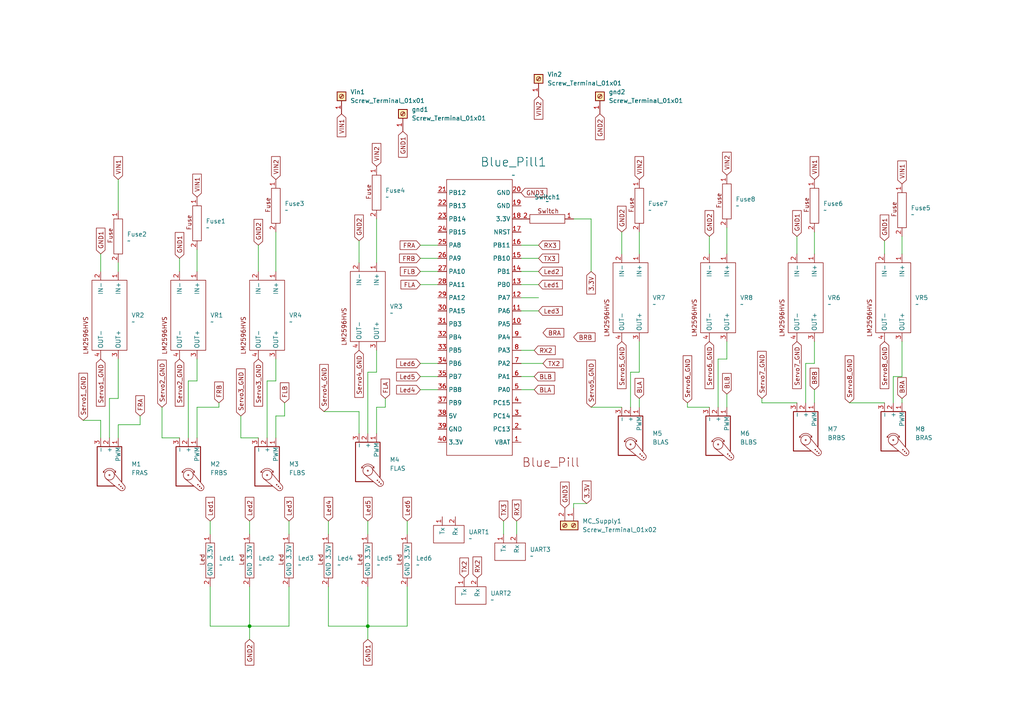
<source format=kicad_sch>
(kicad_sch (version 20231120) (generator "eeschema") (generator_version "8.0")
  (paper "A4")
  (lib_symbols
    (symbol "Connector:Screw_Terminal_01x01" (pin_names (offset 1.016) hide)
      (property "Reference" "J" (at 0 2.54 0))
      (property "Value" "Screw_Terminal_01x01" (at 0 -2.54 0))
      (symbol "Screw_Terminal_01x01_1_1"
        (rectangle (start -1.27 1.27) (end 1.27 -1.27) (stroke (width 0.254)) (fill (type background)))
        (polyline (pts (xy -0.5334 0.3302) (xy 0.3302 -0.508)) (stroke (width 0.1524)))
        (polyline (pts (xy -0.3556 0.508) (xy 0.508 -0.3302)) (stroke (width 0.1524)))
        (circle (center 0 0) (radius 0.635) (stroke (width 0.1524)))
        (pin passive line (at -5.08 0 0) (length 3.81) (name "Pin_1") (number "1"))
      )
    )
    (symbol "Connector:Screw_Terminal_01x02" (pin_names (offset 1.016) hide)
      (property "Reference" "J" (at 0 2.54 0))
      (property "Value" "Screw_Terminal_01x02" (at 0 -5.08 0))
      (symbol "Screw_Terminal_01x02_1_1"
        (rectangle (start -1.27 1.27) (end 1.27 -3.81) (stroke (width 0.254)) (fill (type background)))
        (circle (center 0 -2.54) (radius 0.635) (stroke (width 0.1524)))
        (polyline (pts (xy -0.5334 -2.2098) (xy 0.3302 -3.048)) (stroke (width 0.1524)))
        (polyline (pts (xy -0.5334 0.3302) (xy 0.3302 -0.508)) (stroke (width 0.1524)))
        (polyline (pts (xy -0.3556 -2.032) (xy 0.508 -2.8702)) (stroke (width 0.1524)))
        (polyline (pts (xy -0.3556 0.508) (xy 0.508 -0.3302)) (stroke (width 0.1524)))
        (circle (center 0 0) (radius 0.635) (stroke (width 0.1524)))
        (pin passive line (at -5.08 0 0) (length 3.81) (name "Pin_1") (number "1"))
        (pin passive line (at -5.08 -2.54 0) (length 3.81) (name "Pin_2") (number "2"))
      )
    )
    (symbol "LM2596HVS_1"
      (property "Reference" "VR1" (at -0.002 6.35 90))
      (property "Value" "~" (at 1.9031 6.35 90))
      (symbol "LM2596HVS_1_0_1"
        (rectangle (start -10.16 5.08) (end 10.16 -5.08))
      )
      (symbol "LM2596HVS_1_1_1"
        (text "LM2596HVS\n" (at 5.842 -6.858 0) (effects (font (size 1.27 1.27))))
        (pin input line (at -12.7 2.54 0) (length 2.54) (name "IN+") (number "1"))
        (pin input line (at -12.7 -2.54 0) (length 2.54) (name "IN-") (number "2"))
        (pin output line (at 12.7 2.54 180) (length 2.54) (name "OUT+") (number "3"))
        (pin output line (at 12.7 -2.54 180) (length 2.54) (name "OUT-") (number "4"))
      )
    )
    (symbol "M4_library:Blue_Pill"
      (property "Reference" "IC" (at -32.258 61.976 0))
      (symbol "Blue_Pill_0_1"
        (rectangle (start -6.35 53.34) (end 12.7 -26.67))
      )
      (symbol "Blue_Pill_1_1"
        (text "Blue_Pill\n" (at 23.876 -28.702 0) (effects (font (size 2.54 2.54))))
        (pin output line (at 15.24 -22.86 180) (length 2.54) (name "VBAT") (number "1"))
        (pin output line (at 15.24 11.43 180) (length 2.54) (name "PA5") (number "10"))
        (pin output line (at 15.24 15.24 180) (length 2.54) (name "PA6") (number "11"))
        (pin output line (at 15.24 19.05 180) (length 2.54) (name "PA7") (number "12"))
        (pin output line (at 15.24 22.86 180) (length 2.54) (name "PB0") (number "13"))
        (pin output line (at 15.24 26.67 180) (length 2.54) (name "PB1") (number "14"))
        (pin output line (at 15.24 30.48 180) (length 2.54) (name "PB10") (number "15"))
        (pin output line (at 15.24 34.29 180) (length 2.54) (name "PB11") (number "16"))
        (pin output line (at 15.24 38.1 180) (length 2.54) (name "NRST") (number "17"))
        (pin input line (at 15.24 41.91 180) (length 2.54) (name "3.3V") (number "18"))
        (pin input line (at 15.24 45.72 180) (length 2.54) (name "GND") (number "19"))
        (pin output line (at 15.24 -19.05 180) (length 2.54) (name "PC13") (number "2"))
        (pin input line (at 15.24 49.53 180) (length 2.54) (name "GND") (number "20"))
        (pin output line (at -8.89 49.53 0) (length 2.54) (name "PB12") (number "21"))
        (pin output line (at -8.89 45.72 0) (length 2.54) (name "PB13") (number "22"))
        (pin output line (at -8.89 41.91 0) (length 2.54) (name "PB14") (number "23"))
        (pin output line (at -8.89 38.1 0) (length 2.54) (name "PB15") (number "24"))
        (pin output line (at -8.89 34.29 0) (length 2.54) (name "PA8") (number "25"))
        (pin output line (at -8.89 30.48 0) (length 2.54) (name "PA9") (number "26"))
        (pin output line (at -8.89 26.67 0) (length 2.54) (name "PA10") (number "27"))
        (pin output line (at -8.89 22.86 0) (length 2.54) (name "PA11") (number "28"))
        (pin output line (at -8.89 19.05 0) (length 2.54) (name "PA12") (number "29"))
        (pin output line (at 15.24 -15.24 180) (length 2.54) (name "PC14") (number "3"))
        (pin output line (at -8.89 15.24 0) (length 2.54) (name "PA15") (number "30"))
        (pin output line (at -8.89 11.43 0) (length 2.54) (name "PB3") (number "31"))
        (pin output line (at -8.89 7.62 0) (length 2.54) (name "PB4") (number "32"))
        (pin output line (at -8.89 3.81 0) (length 2.54) (name "PB5") (number "33"))
        (pin output line (at -8.89 0 0) (length 2.54) (name "PB6") (number "34"))
        (pin output line (at -8.89 -3.81 0) (length 2.54) (name "PB7") (number "35"))
        (pin output line (at -8.89 -7.62 0) (length 2.54) (name "PB8") (number "36"))
        (pin output line (at -8.89 -11.43 0) (length 2.54) (name "PB9") (number "37"))
        (pin input line (at -8.89 -15.24 0) (length 2.54) (name "5V") (number "38"))
        (pin input line (at -8.89 -19.05 0) (length 2.54) (name "GND") (number "39"))
        (pin output line (at 15.24 -11.43 180) (length 2.54) (name "PC15") (number "4"))
        (pin input line (at -8.89 -22.86 0) (length 2.54) (name "3.3V") (number "40"))
        (pin output line (at 15.24 -7.62 180) (length 2.54) (name "PA0") (number "5"))
        (pin output line (at 15.24 -3.81 180) (length 2.54) (name "PA1") (number "6"))
        (pin output line (at 15.24 0 180) (length 2.54) (name "PA2") (number "7"))
        (pin output line (at 15.24 3.81 180) (length 2.54) (name "PA3") (number "8"))
        (pin output line (at 15.24 7.62 180) (length 2.54) (name "PA4") (number "9"))
      )
    )
    (symbol "M4_library:Led"
      (property "Reference" "U" (at -4.572 -2.794 0))
      (symbol "Led_0_1"
        (rectangle (start -5.08 1.27) (end 5.08 -1.27))
      )
      (symbol "Led_1_1"
        (text "Led\n" (at 0.254 2.286 0) (effects (font (size 1.27 1.27))))
        (pin input line (at 7.62 0 180) (length 2.54) (name "3.3V") (number "1"))
        (pin output line (at -7.62 0 0) (length 2.54) (name "GND") (number "2"))
      )
    )
    (symbol "M4_library:Rx_Tx_connector"
      (property "Reference" "U" (at -4.318 6.858 0))
      (symbol "Rx_Tx_connector_0_1"
        (rectangle (start 5.08 0) (end -3.81 -5.08))
      )
      (symbol "Rx_Tx_connector_1_1"
        (pin input line (at -1.27 2.54 270) (length 2.54) (name "Tx") (number "1"))
        (pin input line (at 2.54 2.54 270) (length 2.54) (name "Rx") (number "2"))
      )
    )
    (symbol "M4_library:fuse_holder"
      (property "Reference" "U" (at -4.572 2.032 0))
      (symbol "fuse_holder_0_1"
        (rectangle (start -5.08 1.27) (end 5.08 -1.27))
      )
      (symbol "fuse_holder_1_1"
        (text "Fuse" (at 0.254 2.286 0) (effects (font (size 1.27 1.27))))
        (pin input line (at 7.62 0 180) (length 2.54) (name "") (number "1"))
        (pin output line (at -7.62 0 0) (length 2.54) (name "") (number "2"))
      )
    )
    (symbol "M4_library:switch"
      (property "Reference" "U" (at -4.318 2.032 0))
      (symbol "switch_0_1"
        (rectangle (start -5.08 1.27) (end 5.08 -1.27))
      )
      (symbol "switch_1_1"
        (text "Switch" (at 0.254 2.286 0) (effects (font (size 1.27 1.27))))
        (pin input line (at 7.62 0 180) (length 2.54) (name "") (number "1"))
        (pin output line (at -7.62 0 0) (length 2.54) (name "") (number "2"))
      )
    )
    (symbol "Motor:Motor_Servo" (pin_names (offset 0.0254))
      (property "Reference" "M" (at -5.08 4.445 0))
      (property "Value" "Motor_Servo" (at -5.08 -4.064 0))
      (symbol "Motor_Servo_0_1"
        (polyline (pts (xy 2.413 -1.778) (xy 2.032 -1.778)))
        (polyline (pts (xy 2.413 -1.778) (xy 2.286 -1.397)))
        (polyline (pts (xy 2.413 1.778) (xy 1.905 1.778)))
        (polyline (pts (xy 2.413 1.778) (xy 2.286 1.397)))
        (polyline (pts (xy 6.35 4.445) (xy 2.54 1.27)))
        (polyline (pts (xy 7.62 3.175) (xy 4.191 -1.016)))
        (polyline (pts (xy 5.08 3.556) (xy -5.08 3.556) (xy -5.08 -3.556) (xy 6.35 -3.556) (xy 6.35 1.524)) (stroke (width 0.254)))
        (arc (start 2.413 1.778) (mid 1.2406 0) (end 2.413 -1.778))
        (circle (center 3.175 0) (radius 0.1778))
        (circle (center 3.175 0) (radius 1.4224))
        (circle (center 5.969 2.794) (radius 0.127))
        (circle (center 6.477 3.302) (radius 0.127))
        (circle (center 6.985 3.81) (radius 0.127))
        (arc (start 7.62 3.175) (mid 7.4485 4.2735) (end 6.35 4.445))
      )
      (symbol "Motor_Servo_1_1"
        (pin passive line (at -7.62 2.54 0) (length 2.54) (name "PWM") (number "1"))
        (pin passive line (at -7.62 0 0) (length 2.54) (name "+") (number "2"))
        (pin passive line (at -7.62 -2.54 0) (length 2.54) (name "-") (number "3"))
      )
    )
    (symbol "Motor_Servo_1" (pin_names (offset 0.0254))
      (property "Reference" "M1" (at -0.0112 6.35 90))
      (property "Value" "FRAS" (at 2.5288 6.35 90))
      (symbol "Motor_Servo_1_0_1"
        (polyline (pts (xy 2.413 -1.778) (xy 2.032 -1.778)))
        (polyline (pts (xy 2.413 -1.778) (xy 2.286 -1.397)))
        (polyline (pts (xy 2.413 1.778) (xy 1.905 1.778)))
        (polyline (pts (xy 2.413 1.778) (xy 2.286 1.397)))
        (polyline (pts (xy 6.35 4.445) (xy 2.54 1.27)))
        (polyline (pts (xy 7.62 3.175) (xy 4.191 -1.016)))
        (polyline (pts (xy 5.08 3.556) (xy -5.08 3.556) (xy -5.08 -3.556) (xy 6.35 -3.556) (xy 6.35 1.524)) (stroke (width 0.254)))
        (arc (start 2.413 1.778) (mid 1.2406 0) (end 2.413 -1.778))
        (circle (center 3.175 0) (radius 0.1778))
        (circle (center 3.175 0) (radius 1.4224))
        (circle (center 5.969 2.794) (radius 0.127))
        (circle (center 6.477 3.302) (radius 0.127))
        (circle (center 6.985 3.81) (radius 0.127))
        (arc (start 7.62 3.175) (mid 7.4485 4.2735) (end 6.35 4.445))
      )
      (symbol "Motor_Servo_1_1_1"
        (pin passive line (at -7.62 2.54 0) (length 2.54) (name "PWM") (number "1"))
        (pin passive line (at -7.62 0 0) (length 2.54) (name "+") (number "2"))
        (pin passive line (at -7.62 -2.54 0) (length 2.54) (name "-") (number "3"))
      )
    )
  )
  (junction (at 72.39 181.61))
  (junction (at 106.68 181.61))
  (wire (pts (xy 121.92 82.55) (xy 127 82.55)))
  (wire (pts (xy 63.5 118.11) (xy 57.15 118.11)))
  (wire (pts (xy 34.29 123.19) (xy 34.29 127)))
  (wire (pts (xy 261.62 109.22) (xy 261.62 99.06)))
  (wire (pts (xy 151.13 109.22) (xy 154.94 109.22)))
  (wire (pts (xy 77.47 110.49) (xy 77.47 127)))
  (wire (pts (xy 208.28 104.14) (xy 210.82 104.14)))
  (wire (pts (xy 80.01 120.65) (xy 80.01 127)))
  (wire (pts (xy 151.13 90.17) (xy 156.21 90.17)))
  (wire (pts (xy 72.39 151.13) (xy 72.39 154.94)))
  (wire (pts (xy 185.42 115.57) (xy 185.42 118.11)))
  (wire (pts (xy 236.22 67.31) (xy 236.22 73.66)))
  (wire (pts (xy 121.92 113.03) (xy 127 113.03)))
  (wire (pts (xy 40.64 120.65) (xy 40.64 123.19)))
  (wire (pts (xy 111.76 118.11) (xy 109.22 118.11)))
  (wire (pts (xy 106.68 181.61) (xy 118.11 181.61)))
  (wire (pts (xy 40.64 123.19) (xy 34.29 123.19)))
  (wire (pts (xy 83.82 151.13) (xy 83.82 154.94)))
  (wire (pts (xy 208.28 118.11) (xy 208.28 104.14)))
  (wire (pts (xy 111.76 115.57) (xy 111.76 118.11)))
  (wire (pts (xy 220.98 115.57) (xy 220.98 116.84)))
  (wire (pts (xy 149.86 151.13) (xy 149.86 154.94)))
  (wire (pts (xy 54.61 110.49) (xy 54.61 127)))
  (wire (pts (xy 106.68 181.61) (xy 106.68 185.42)))
  (wire (pts (xy 246.38 116.84) (xy 256.54 116.84)))
  (wire (pts (xy 57.15 104.14) (xy 57.15 110.49)))
  (wire (pts (xy 82.55 120.65) (xy 80.01 120.65)))
  (wire (pts (xy 121.92 71.12) (xy 127 71.12)))
  (wire (pts (xy 259.08 116.84) (xy 259.08 109.22)))
  (wire (pts (xy 151.13 86.36) (xy 156.21 86.36)))
  (wire (pts (xy 106.68 170.18) (xy 106.68 181.61)))
  (wire (pts (xy 46.99 118.11) (xy 46.99 127)))
  (wire (pts (xy 72.39 181.61) (xy 72.39 185.42)))
  (wire (pts (xy 170.18 146.05) (xy 166.37 146.05)))
  (wire (pts (xy 180.34 67.31) (xy 180.34 73.66)))
  (wire (pts (xy 210.82 114.3) (xy 210.82 118.11)))
  (wire (pts (xy 95.25 170.18) (xy 95.25 181.61)))
  (wire (pts (xy 199.39 118.11) (xy 205.74 118.11)))
  (wire (pts (xy 74.93 71.12) (xy 74.93 78.74)))
  (wire (pts (xy 93.98 119.38) (xy 104.14 119.38)))
  (wire (pts (xy 166.37 63.5) (xy 171.45 63.5)))
  (wire (pts (xy 104.14 119.38) (xy 104.14 125.73)))
  (wire (pts (xy 109.22 107.95) (xy 106.68 107.95)))
  (wire (pts (xy 233.68 105.41) (xy 236.22 105.41)))
  (wire (pts (xy 121.92 74.93) (xy 127 74.93)))
  (wire (pts (xy 60.96 170.18) (xy 60.96 181.61)))
  (wire (pts (xy 199.39 116.84) (xy 199.39 118.11)))
  (wire (pts (xy 118.11 151.13) (xy 118.11 154.94)))
  (wire (pts (xy 95.25 181.61) (xy 106.68 181.61)))
  (wire (pts (xy 236.22 105.41) (xy 236.22 99.06)))
  (wire (pts (xy 63.5 116.84) (xy 63.5 118.11)))
  (wire (pts (xy 259.08 109.22) (xy 261.62 109.22)))
  (wire (pts (xy 95.25 151.13) (xy 95.25 154.94)))
  (wire (pts (xy 29.21 121.92) (xy 29.21 127)))
  (wire (pts (xy 52.07 74.93) (xy 52.07 78.74)))
  (wire (pts (xy 83.82 170.18) (xy 83.82 181.61)))
  (wire (pts (xy 69.85 120.65) (xy 69.85 127)))
  (wire (pts (xy 80.01 104.14) (xy 80.01 110.49)))
  (wire (pts (xy 182.88 118.11) (xy 182.88 107.95)))
  (wire (pts (xy 121.92 109.22) (xy 127 109.22)))
  (wire (pts (xy 233.68 116.84) (xy 233.68 105.41)))
  (wire (pts (xy 72.39 170.18) (xy 72.39 181.61)))
  (wire (pts (xy 106.68 151.13) (xy 106.68 154.94)))
  (wire (pts (xy 24.13 121.92) (xy 29.21 121.92)))
  (wire (pts (xy 261.62 115.57) (xy 261.62 116.84)))
  (wire (pts (xy 57.15 72.39) (xy 57.15 78.74)))
  (wire (pts (xy 46.99 127) (xy 52.07 127)))
  (wire (pts (xy 80.01 110.49) (xy 77.47 110.49)))
  (wire (pts (xy 151.13 105.41) (xy 157.48 105.41)))
  (wire (pts (xy 146.05 151.13) (xy 146.05 154.94)))
  (wire (pts (xy 151.13 82.55) (xy 156.21 82.55)))
  (wire (pts (xy 118.11 170.18) (xy 118.11 181.61)))
  (wire (pts (xy 151.13 101.6) (xy 154.94 101.6)))
  (wire (pts (xy 57.15 118.11) (xy 57.15 127)))
  (wire (pts (xy 80.01 67.31) (xy 80.01 78.74)))
  (wire (pts (xy 182.88 107.95) (xy 185.42 107.95)))
  (wire (pts (xy 166.37 146.05) (xy 166.37 147.32)))
  (wire (pts (xy 29.21 73.66) (xy 29.21 78.74)))
  (wire (pts (xy 220.98 116.84) (xy 231.14 116.84)))
  (wire (pts (xy 231.14 68.58) (xy 231.14 73.66)))
  (wire (pts (xy 34.29 52.07) (xy 34.29 60.96)))
  (wire (pts (xy 104.14 69.85) (xy 104.14 76.2)))
  (wire (pts (xy 151.13 78.74) (xy 156.21 78.74)))
  (wire (pts (xy 121.92 78.74) (xy 127 78.74)))
  (wire (pts (xy 72.39 181.61) (xy 83.82 181.61)))
  (wire (pts (xy 82.55 116.84) (xy 82.55 120.65)))
  (wire (pts (xy 60.96 181.61) (xy 72.39 181.61)))
  (wire (pts (xy 236.22 113.03) (xy 236.22 116.84)))
  (wire (pts (xy 34.29 104.14) (xy 34.29 115.57)))
  (wire (pts (xy 60.96 151.13) (xy 60.96 154.94)))
  (wire (pts (xy 185.42 67.31) (xy 185.42 73.66)))
  (wire (pts (xy 171.45 63.5) (xy 171.45 78.74)))
  (wire (pts (xy 151.13 74.93) (xy 156.21 74.93)))
  (wire (pts (xy 109.22 118.11) (xy 109.22 125.73)))
  (wire (pts (xy 109.22 101.6) (xy 109.22 107.95)))
  (wire (pts (xy 185.42 107.95) (xy 185.42 99.06)))
  (wire (pts (xy 205.74 68.58) (xy 205.74 73.66)))
  (wire (pts (xy 31.75 115.57) (xy 31.75 127)))
  (wire (pts (xy 57.15 110.49) (xy 54.61 110.49)))
  (wire (pts (xy 109.22 63.5) (xy 109.22 76.2)))
  (wire (pts (xy 210.82 66.04) (xy 210.82 73.66)))
  (wire (pts (xy 151.13 71.12) (xy 156.21 71.12)))
  (wire (pts (xy 34.29 115.57) (xy 31.75 115.57)))
  (wire (pts (xy 121.92 105.41) (xy 127 105.41)))
  (wire (pts (xy 151.13 113.03) (xy 154.94 113.03)))
  (wire (pts (xy 69.85 127) (xy 74.93 127)))
  (wire (pts (xy 256.54 69.85) (xy 256.54 73.66)))
  (wire (pts (xy 106.68 107.95) (xy 106.68 125.73)))
  (wire (pts (xy 261.62 68.58) (xy 261.62 73.66)))
  (wire (pts (xy 34.29 76.2) (xy 34.29 78.74)))
  (wire (pts (xy 171.45 118.11) (xy 180.34 118.11)))
  (wire (pts (xy 210.82 104.14) (xy 210.82 99.06)))
  (global_label "GND1" (shape input) (at 29.21 73.66 90) (property "Intersheetrefs" "${INTERSHEET_REFS}" (effects (hide yes))))
  (global_label "FLB" (shape input) (at 121.92 78.74 180) (property "Intersheetrefs" "${INTERSHEET_REFS}" (effects (hide yes))))
  (global_label "BLA" (shape input) (at 185.42 115.57 90) (property "Intersheetrefs" "${INTERSHEET_REFS}" (effects (hide yes))))
  (global_label "GND1" (shape input) (at 231.14 68.58 90) (property "Intersheetrefs" "${INTERSHEET_REFS}" (effects (hide yes))))
  (global_label "Servo2_GND" (shape input) (at 46.99 118.11 90) (property "Intersheetrefs" "${INTERSHEET_REFS}" (effects (hide yes))))
  (global_label "Led1" (shape input) (at 156.21 82.55 0) (property "Intersheetrefs" "${INTERSHEET_REFS}" (effects (hide yes))))
  (global_label "GND2" (shape input) (at 74.93 71.12 90) (property "Intersheetrefs" "${INTERSHEET_REFS}" (effects (hide yes))))
  (global_label "RX3" (shape input) (at 156.21 71.12 0) (property "Intersheetrefs" "${INTERSHEET_REFS}" (effects (hide yes))))
  (global_label "3.3V" (shape input) (at 171.45 78.74 270) (property "Intersheetrefs" "${INTERSHEET_REFS}" (effects (hide yes))))
  (global_label "VIN2" (shape input) (at 210.82 50.8 90) (property "Intersheetrefs" "${INTERSHEET_REFS}" (effects (hide yes))))
  (global_label "VIN2" (shape input) (at 156.21 27.94 270) (property "Intersheetrefs" "${INTERSHEET_REFS}" (effects (hide yes))))
  (global_label "VIN1" (shape input) (at 99.06 33.02 270) (property "Intersheetrefs" "${INTERSHEET_REFS}" (effects (hide yes))))
  (global_label "GND2" (shape input) (at 205.74 68.58 90) (property "Intersheetrefs" "${INTERSHEET_REFS}" (effects (hide yes))))
  (global_label "RX3" (shape input) (at 149.86 151.13 90) (property "Intersheetrefs" "${INTERSHEET_REFS}" (effects (hide yes))))
  (global_label "TX2" (shape input) (at 157.48 105.41 0) (property "Intersheetrefs" "${INTERSHEET_REFS}" (effects (hide yes))))
  (global_label "Led5" (shape input) (at 106.68 151.13 90) (property "Intersheetrefs" "${INTERSHEET_REFS}" (effects (hide yes))))
  (global_label "RX2" (shape input) (at 154.94 101.6 0) (property "Intersheetrefs" "${INTERSHEET_REFS}" (effects (hide yes))))
  (global_label "Servo2_GND" (shape input) (at 52.07 104.14 270) (property "Intersheetrefs" "${INTERSHEET_REFS}" (effects (hide yes))))
  (global_label "Servo8_GND" (shape input) (at 256.54 99.06 270) (property "Intersheetrefs" "${INTERSHEET_REFS}" (effects (hide yes))))
  (global_label "VIN1" (shape input) (at 57.15 57.15 90) (property "Intersheetrefs" "${INTERSHEET_REFS}" (effects (hide yes))))
  (global_label "FRB" (shape input) (at 121.92 74.93 180) (property "Intersheetrefs" "${INTERSHEET_REFS}" (effects (hide yes))))
  (global_label "VIN1" (shape input) (at 34.29 52.07 90) (property "Intersheetrefs" "${INTERSHEET_REFS}" (effects (hide yes))))
  (global_label "GND1" (shape input) (at 52.07 74.93 90) (property "Intersheetrefs" "${INTERSHEET_REFS}" (effects (hide yes))))
  (global_label "FLB" (shape input) (at 82.55 116.84 90) (property "Intersheetrefs" "${INTERSHEET_REFS}" (effects (hide yes))))
  (global_label "Led3" (shape input) (at 83.82 151.13 90) (property "Intersheetrefs" "${INTERSHEET_REFS}" (effects (hide yes))))
  (global_label "BRA" (shape input) (at 261.62 115.57 90) (property "Intersheetrefs" "${INTERSHEET_REFS}" (effects (hide yes))))
  (global_label "Servo8_GND" (shape input) (at 246.38 116.84 90) (property "Intersheetrefs" "${INTERSHEET_REFS}" (effects (hide yes))))
  (global_label "Servo1_GND" (shape input) (at 24.13 121.92 90) (property "Intersheetrefs" "${INTERSHEET_REFS}" (effects (hide yes))))
  (global_label "GND2" (shape input) (at 180.34 67.31 90) (property "Intersheetrefs" "${INTERSHEET_REFS}" (effects (hide yes))))
  (global_label "Servo7_GND" (shape input) (at 220.98 115.57 90) (property "Intersheetrefs" "${INTERSHEET_REFS}" (effects (hide yes))))
  (global_label "3.3V" (shape input) (at 170.18 146.05 90) (property "Intersheetrefs" "${INTERSHEET_REFS}" (effects (hide yes))))
  (global_label "Servo4_GND" (shape input) (at 93.98 119.38 90) (property "Intersheetrefs" "${INTERSHEET_REFS}" (effects (hide yes))))
  (global_label "BLA" (shape input) (at 154.94 113.03 0) (property "Intersheetrefs" "${INTERSHEET_REFS}" (effects (hide yes))))
  (global_label "Led3" (shape input) (at 156.21 90.17 0) (property "Intersheetrefs" "${INTERSHEET_REFS}" (effects (hide yes))))
  (global_label "Servo5_GND" (shape input) (at 180.34 99.06 270) (property "Intersheetrefs" "${INTERSHEET_REFS}" (effects (hide yes))))
  (global_label "GND3" (shape input) (at 151.13 55.88 0) (property "Intersheetrefs" "${INTERSHEET_REFS}" (effects (hide yes))))
  (global_label "VIN1" (shape input) (at 236.22 52.07 90) (property "Intersheetrefs" "${INTERSHEET_REFS}" (effects (hide yes))))
  (global_label "Servo7_GND" (shape input) (at 231.14 99.06 270) (property "Intersheetrefs" "${INTERSHEET_REFS}" (effects (hide yes))))
  (global_label "BRA" (shape input) (at 157.48 96.52 0) (property "Intersheetrefs" "${INTERSHEET_REFS}" (effects (hide yes))))
  (global_label "GND2" (shape input) (at 173.99 33.02 270) (property "Intersheetrefs" "${INTERSHEET_REFS}" (effects (hide yes))))
  (global_label "Led6" (shape input) (at 121.92 105.41 180) (property "Intersheetrefs" "${INTERSHEET_REFS}" (effects (hide yes))))
  (global_label "BRB" (shape input) (at 236.22 113.03 90) (property "Intersheetrefs" "${INTERSHEET_REFS}" (effects (hide yes))))
  (global_label "VIN2" (shape input) (at 80.01 52.07 90) (property "Intersheetrefs" "${INTERSHEET_REFS}" (effects (hide yes))))
  (global_label "FRB" (shape input) (at 63.5 116.84 90) (property "Intersheetrefs" "${INTERSHEET_REFS}" (effects (hide yes))))
  (global_label "Led5" (shape input) (at 121.92 109.22 180) (property "Intersheetrefs" "${INTERSHEET_REFS}" (effects (hide yes))))
  (global_label "Led4" (shape input) (at 121.92 113.03 180) (property "Intersheetrefs" "${INTERSHEET_REFS}" (effects (hide yes))))
  (global_label "Servo6_GND" (shape input) (at 199.39 116.84 90) (property "Intersheetrefs" "${INTERSHEET_REFS}" (effects (hide yes))))
  (global_label "TX3" (shape input) (at 156.21 74.93 0) (property "Intersheetrefs" "${INTERSHEET_REFS}" (effects (hide yes))))
  (global_label "GND1" (shape input) (at 106.68 185.42 270) (property "Intersheetrefs" "${INTERSHEET_REFS}" (effects (hide yes))))
  (global_label "Led6" (shape input) (at 118.11 151.13 90) (property "Intersheetrefs" "${INTERSHEET_REFS}" (effects (hide yes))))
  (global_label "BRB" (shape input) (at 166.37 97.79 0) (property "Intersheetrefs" "${INTERSHEET_REFS}" (effects (hide yes))))
  (global_label "GND3" (shape input) (at 163.83 147.32 90) (property "Intersheetrefs" "${INTERSHEET_REFS}" (effects (hide yes))))
  (global_label "BLB" (shape input) (at 210.82 114.3 90) (property "Intersheetrefs" "${INTERSHEET_REFS}" (effects (hide yes))))
  (global_label "Led2" (shape input) (at 156.21 78.74 0) (property "Intersheetrefs" "${INTERSHEET_REFS}" (effects (hide yes))))
  (global_label "GND1" (shape input) (at 256.54 69.85 90) (property "Intersheetrefs" "${INTERSHEET_REFS}" (effects (hide yes))))
  (global_label "TX2" (shape input) (at 134.62 167.64 90) (property "Intersheetrefs" "${INTERSHEET_REFS}" (effects (hide yes))))
  (global_label "GND2" (shape input) (at 104.14 69.85 90) (property "Intersheetrefs" "${INTERSHEET_REFS}" (effects (hide yes))))
  (global_label "RX2" (shape input) (at 138.43 167.64 90) (property "Intersheetrefs" "${INTERSHEET_REFS}" (effects (hide yes))))
  (global_label "TX3" (shape input) (at 146.05 151.13 90) (property "Intersheetrefs" "${INTERSHEET_REFS}" (effects (hide yes))))
  (global_label "FLA" (shape input) (at 121.92 82.55 180) (property "Intersheetrefs" "${INTERSHEET_REFS}" (effects (hide yes))))
  (global_label "Servo3_GND" (shape input) (at 74.93 104.14 270) (property "Intersheetrefs" "${INTERSHEET_REFS}" (effects (hide yes))))
  (global_label "Servo6_GND" (shape input) (at 205.74 99.06 270) (property "Intersheetrefs" "${INTERSHEET_REFS}" (effects (hide yes))))
  (global_label "Servo3_GND" (shape input) (at 69.85 120.65 90) (property "Intersheetrefs" "${INTERSHEET_REFS}" (effects (hide yes))))
  (global_label "Led2" (shape input) (at 72.39 151.13 90) (property "Intersheetrefs" "${INTERSHEET_REFS}" (effects (hide yes))))
  (global_label "Led1" (shape input) (at 60.96 151.13 90) (property "Intersheetrefs" "${INTERSHEET_REFS}" (effects (hide yes))))
  (global_label "VIN2" (shape input) (at 185.42 52.07 90) (property "Intersheetrefs" "${INTERSHEET_REFS}" (effects (hide yes))))
  (global_label "VIN1" (shape input) (at 261.62 53.34 90) (property "Intersheetrefs" "${INTERSHEET_REFS}" (effects (hide yes))))
  (global_label "FRA" (shape input) (at 121.92 71.12 180) (property "Intersheetrefs" "${INTERSHEET_REFS}" (effects (hide yes))))
  (global_label "Led4" (shape input) (at 95.25 151.13 90) (property "Intersheetrefs" "${INTERSHEET_REFS}" (effects (hide yes))))
  (global_label "Servo4_GND" (shape input) (at 104.14 101.6 270) (property "Intersheetrefs" "${INTERSHEET_REFS}" (effects (hide yes))))
  (global_label "FRA" (shape input) (at 40.64 120.65 90) (property "Intersheetrefs" "${INTERSHEET_REFS}" (effects (hide yes))))
  (global_label "VIN2" (shape input) (at 109.22 48.26 90) (property "Intersheetrefs" "${INTERSHEET_REFS}" (effects (hide yes))))
  (global_label "GND2" (shape input) (at 72.39 185.42 270) (property "Intersheetrefs" "${INTERSHEET_REFS}" (effects (hide yes))))
  (global_label "BLB" (shape input) (at 154.94 109.22 0) (property "Intersheetrefs" "${INTERSHEET_REFS}" (effects (hide yes))))
  (global_label "Servo1_GND" (shape input) (at 29.21 104.14 270) (property "Intersheetrefs" "${INTERSHEET_REFS}" (effects (hide yes))))
  (global_label "GND1" (shape input) (at 116.84 38.1 270) (property "Intersheetrefs" "${INTERSHEET_REFS}" (effects (hide yes))))
  (global_label "Servo5_GND" (shape input) (at 171.45 118.11 90) (property "Intersheetrefs" "${INTERSHEET_REFS}" (effects (hide yes))))
  (global_label "FLA" (shape input) (at 111.76 115.57 90) (property "Intersheetrefs" "${INTERSHEET_REFS}" (effects (hide yes))))
  (symbol (lib_id "M4_library:Rx_Tx_connector") (at 147.32 157.48 0) (unit 1)
    (property "Reference" "UART3" (at 153.67 159.3849 0) (effects (justify left)))
    (property "Value" "~" (at 153.67 161.29 0) (effects (justify left)))
    (property "Footprint" "M4_PCB:communication" (effects (hide yes)))
  )
  (symbol (lib_id "M4_library:Led") (at 118.11 162.56 90) (unit 1)
    (property "Reference" "Led6" (at 120.65 161.9249 90) (effects (justify right)))
    (property "Value" "~" (at 120.65 163.83 90) (effects (justify right)))
    (property "Footprint" "M4_PCB:LED" (effects (hide yes)))
  )
  (symbol (lib_name "LM2596HVS_1") (lib_id "M4_library:LM2596HVS") (at 54.61 91.44 270) (unit 1)
    (property "Reference" "VR1" (at 60.96 91.438 90) (effects (justify left)))
    (property "Value" "~" (at 60.96 93.3431 90) (effects (justify left)))
    (property "Footprint" "M4_PCB:LM2596HVS" (effects (hide yes)))
  )
  (symbol (lib_id "M4_library:fuse_holder") (at 80.01 59.69 90) (unit 1)
    (property "Reference" "Fuse3" (at 82.55 59.0549 90) (effects (justify right)))
    (property "Value" "~" (at 82.55 60.96 90) (effects (justify right)))
    (property "Footprint" "M4_PCB:Fuse_Holder" (effects (hide yes)))
  )
  (symbol (lib_id "M4_library:Led") (at 60.96 162.56 90) (unit 1)
    (property "Reference" "Led1" (at 63.5 161.9249 90) (effects (justify right)))
    (property "Value" "~" (at 63.5 163.83 90) (effects (justify right)))
    (property "Footprint" "M4_PCB:LED" (effects (hide yes)))
  )
  (symbol (lib_id "M4_library:Rx_Tx_connector") (at 135.89 170.18 0) (unit 1)
    (property "Reference" "UART2" (at 142.24 172.0849 0) (effects (justify left)))
    (property "Value" "~" (at 142.24 173.99 0) (effects (justify left)))
    (property "Footprint" "M4_PCB:communication" (effects (hide yes)))
  )
  (symbol (lib_id "M4_library:fuse_holder") (at 210.82 58.42 90) (unit 1)
    (property "Reference" "Fuse8" (at 213.36 57.7849 90) (effects (justify right)))
    (property "Value" "~" (at 213.36 59.69 90) (effects (justify right)))
    (property "Footprint" "M4_PCB:Fuse_Holder" (effects (hide yes)))
  )
  (symbol (lib_id "M4_library:fuse_holder") (at 261.62 60.96 90) (unit 1)
    (property "Reference" "Fuse5" (at 264.16 60.3249 90) (effects (justify right)))
    (property "Value" "~" (at 264.16 62.23 90) (effects (justify right)))
    (property "Footprint" "M4_PCB:Fuse_Holder" (effects (hide yes)))
  )
  (symbol (lib_id "M4_library:fuse_holder") (at 185.42 59.69 90) (unit 1)
    (property "Reference" "Fuse7" (at 187.96 59.0549 90) (effects (justify right)))
    (property "Value" "~" (at 187.96 60.96 90) (effects (justify right)))
    (property "Footprint" "M4_PCB:Fuse_Holder" (effects (hide yes)))
  )
  (symbol (lib_id "Motor:Motor_Servo") (at 182.88 125.73 270) (unit 1)
    (property "Reference" "M5" (at 189.23 125.7188 90) (effects (justify left)))
    (property "Value" "BLAS" (at 189.23 128.2588 90) (effects (justify left)))
    (property "Footprint" "M4_PCB:Servo" (effects (hide yes)))
    (property "Datasheet" "http://forums.parallax.com/uploads/attachments/46831/74481.png" (effects (hide yes)))
    (property "Description" "Servo Motor (Futaba, HiTec, JR connector)" (effects (hide yes)))
  )
  (symbol (lib_name "LM2596HVS_1") (lib_id "M4_library:LM2596HVS") (at 77.47 91.44 270) (unit 1)
    (property "Reference" "VR4" (at 83.82 91.438 90) (effects (justify left)))
    (property "Value" "~" (at 83.82 93.3431 90) (effects (justify left)))
    (property "Footprint" "M4_PCB:LM2596HVS" (effects (hide yes)))
  )
  (symbol (lib_name "LM2596HVS_1") (lib_id "M4_library:LM2596HVS") (at 233.68 86.36 270) (unit 1)
    (property "Reference" "VR6" (at 240.03 86.358 90) (effects (justify left)))
    (property "Value" "~" (at 240.03 88.2631 90) (effects (justify left)))
    (property "Footprint" "M4_PCB:LM2596HVS" (effects (hide yes)))
  )
  (symbol (lib_id "Connector:Screw_Terminal_01x01") (at 173.99 27.94 90) (unit 1)
    (property "Reference" "gnd2" (at 176.53 26.6699 90) (effects (justify right)))
    (property "Value" "Screw_Terminal_01x01" (at 176.53 29.2099 90) (effects (justify right)))
    (property "Footprint" "M4_PCB:one_terminal_GND" (effects (hide yes)))
    (property "Description" "Generic screw terminal, single row, 01x01, script generated (kicad-library-utils/schlib/autogen/connector/)" (effects (hide yes)))
  )
  (symbol (lib_id "Motor:Motor_Servo") (at 54.61 134.62 270) (unit 1)
    (property "Reference" "M2" (at 60.96 134.6088 90) (effects (justify left)))
    (property "Value" "FRBS" (at 60.96 137.1488 90) (effects (justify left)))
    (property "Footprint" "M4_PCB:Servo" (effects (hide yes)))
    (property "Datasheet" "http://forums.parallax.com/uploads/attachments/46831/74481.png" (effects (hide yes)))
    (property "Description" "Servo Motor (Futaba, HiTec, JR connector)" (effects (hide yes)))
  )
  (symbol (lib_name "LM2596HVS_1") (lib_id "M4_library:LM2596HVS") (at 182.88 86.36 270) (unit 1)
    (property "Reference" "VR7" (at 189.23 86.358 90) (effects (justify left)))
    (property "Value" "~" (at 189.23 88.2631 90) (effects (justify left)))
    (property "Footprint" "M4_PCB:LM2596HVS" (effects (hide yes)))
  )
  (symbol (lib_id "Connector:Screw_Terminal_01x01") (at 116.84 33.02 90) (unit 1)
    (property "Reference" "gnd1" (at 119.38 31.7499 90) (effects (justify right)))
    (property "Value" "Screw_Terminal_01x01" (at 119.38 34.2899 90) (effects (justify right)))
    (property "Footprint" "M4_PCB:one_terminal_GND" (effects (hide yes)))
    (property "Description" "Generic screw terminal, single row, 01x01, script generated (kicad-library-utils/schlib/autogen/connector/)" (effects (hide yes)))
  )
  (symbol (lib_id "M4_library:Blue_Pill") (at 135.89 105.41 0) (unit 1)
    (property "Reference" "Blue_Pill1" (at 148.937 46.99 0) (effects (font (size 2.54 2.54))))
    (property "Value" "~" (at 148.937 50.8 0))
    (property "Footprint" "M4_PCB:blue_pill" (effects (hide yes)))
  )
  (symbol (lib_id "M4_library:fuse_holder") (at 109.22 55.88 90) (unit 1)
    (property "Reference" "Fuse4" (at 111.76 55.2449 90) (effects (justify right)))
    (property "Value" "~" (at 111.76 57.15 90) (effects (justify right)))
    (property "Footprint" "M4_PCB:Fuse_Holder" (effects (hide yes)))
  )
  (symbol (lib_id "M4_library:fuse_holder") (at 57.15 64.77 90) (unit 1)
    (property "Reference" "Fuse1" (at 59.69 64.1349 90) (effects (justify right)))
    (property "Value" "~" (at 59.69 66.04 90) (effects (justify right)))
    (property "Footprint" "M4_PCB:Fuse_Holder" (effects (hide yes)))
  )
  (symbol (lib_id "Connector:Screw_Terminal_01x02") (at 166.37 152.4 270) (unit 1)
    (property "Reference" "MC_Supply1" (at 168.91 151.1299 90) (effects (justify left)))
    (property "Value" "Screw_Terminal_01x02" (at 168.91 153.6699 90) (effects (justify left)))
    (property "Footprint" "M4_PCB:Microcontrollers" (effects (hide yes)))
    (property "Description" "Generic screw terminal, single row, 01x02, script generated (kicad-library-utils/schlib/autogen/connector/)" (effects (hide yes)))
  )
  (symbol (lib_name "LM2596HVS_1") (lib_id "M4_library:LM2596HVS") (at 31.75 91.44 270) (unit 1)
    (property "Reference" "VR2" (at 38.1 91.438 90) (effects (justify left)))
    (property "Value" "~" (at 38.1 93.3431 90) (effects (justify left)))
    (property "Footprint" "M4_PCB:LM2596HVS" (effects (hide yes)))
  )
  (symbol (lib_id "Motor:Motor_Servo") (at 77.47 134.62 270) (unit 1)
    (property "Reference" "M3" (at 83.82 134.6088 90) (effects (justify left)))
    (property "Value" "FLBS" (at 83.82 137.1488 90) (effects (justify left)))
    (property "Footprint" "M4_PCB:Servo" (effects (hide yes)))
    (property "Datasheet" "http://forums.parallax.com/uploads/attachments/46831/74481.png" (effects (hide yes)))
    (property "Description" "Servo Motor (Futaba, HiTec, JR connector)" (effects (hide yes)))
  )
  (symbol (lib_id "M4_library:Led") (at 83.82 162.56 90) (unit 1)
    (property "Reference" "Led3" (at 86.36 161.9249 90) (effects (justify right)))
    (property "Value" "~" (at 86.36 163.83 90) (effects (justify right)))
    (property "Footprint" "M4_PCB:LED" (effects (hide yes)))
  )
  (symbol (lib_id "Motor:Motor_Servo") (at 259.08 124.46 270) (unit 1)
    (property "Reference" "M8" (at 265.43 124.4488 90) (effects (justify left)))
    (property "Value" "BRAS" (at 265.43 126.9888 90) (effects (justify left)))
    (property "Footprint" "M4_PCB:Servo" (effects (hide yes)))
    (property "Datasheet" "http://forums.parallax.com/uploads/attachments/46831/74481.png" (effects (hide yes)))
    (property "Description" "Servo Motor (Futaba, HiTec, JR connector)" (effects (hide yes)))
  )
  (symbol (lib_id "Connector:Screw_Terminal_01x01") (at 156.21 22.86 90) (unit 1)
    (property "Reference" "Vin2" (at 158.75 21.5899 90) (effects (justify right)))
    (property "Value" "Screw_Terminal_01x01" (at 158.75 24.1299 90) (effects (justify right)))
    (property "Footprint" "M4_PCB:one_terminal_VDD" (effects (hide yes)))
    (property "Description" "Generic screw terminal, single row, 01x01, script generated (kicad-library-utils/schlib/autogen/connector/)" (effects (hide yes)))
  )
  (symbol (lib_id "M4_library:Rx_Tx_connector") (at 129.54 152.4 0) (unit 1)
    (property "Reference" "UART1" (at 135.89 154.3049 0) (effects (justify left)))
    (property "Value" "~" (at 135.89 156.21 0) (effects (justify left)))
    (property "Footprint" "M4_PCB:communication" (effects (hide yes)))
  )
  (symbol (lib_id "Connector:Screw_Terminal_01x01") (at 99.06 27.94 90) (unit 1)
    (property "Reference" "Vin1" (at 101.6 26.6699 90) (effects (justify right)))
    (property "Value" "Screw_Terminal_01x01" (at 101.6 29.2099 90) (effects (justify right)))
    (property "Footprint" "M4_PCB:one_terminal_VDD" (effects (hide yes)))
    (property "Description" "Generic screw terminal, single row, 01x01, script generated (kicad-library-utils/schlib/autogen/connector/)" (effects (hide yes)))
  )
  (symbol (lib_id "M4_library:switch") (at 158.75 63.5 0) (unit 1)
    (property "Reference" "Switch1" (at 158.75 57.15 0))
    (property "Value" "~" (at 158.75 58.42 0))
    (property "Footprint" "M4_PCB:switch" (effects (hide yes)))
  )
  (symbol (lib_name "LM2596HVS_1") (lib_id "M4_library:LM2596HVS") (at 106.68 88.9 270) (unit 1)
    (property "Reference" "VR3" (at 113.03 88.898 90) (effects (justify left)))
    (property "Value" "~" (at 113.03 90.8031 90) (effects (justify left)))
    (property "Footprint" "M4_PCB:LM2596HVS" (effects (hide yes)))
  )
  (symbol (lib_id "Motor:Motor_Servo") (at 233.68 124.46 270) (unit 1)
    (property "Reference" "M7" (at 240.03 124.4488 90) (effects (justify left)))
    (property "Value" "BRBS" (at 240.03 126.9888 90) (effects (justify left)))
    (property "Footprint" "M4_PCB:Servo" (effects (hide yes)))
    (property "Datasheet" "http://forums.parallax.com/uploads/attachments/46831/74481.png" (effects (hide yes)))
    (property "Description" "Servo Motor (Futaba, HiTec, JR connector)" (effects (hide yes)))
  )
  (symbol (lib_name "Motor_Servo_1") (lib_id "Motor:Motor_Servo") (at 31.75 134.62 270) (unit 1)
    (property "Reference" "M1" (at 38.1 134.6088 90) (effects (justify left)))
    (property "Value" "FRAS" (at 38.1 137.1488 90) (effects (justify left)))
    (property "Footprint" "M4_PCB:Servo" (effects (hide yes)))
    (property "Datasheet" "http://forums.parallax.com/uploads/attachments/46831/74481.png" (effects (hide yes)))
    (property "Description" "Servo Motor (Futaba, HiTec, JR connector)" (effects (hide yes)))
  )
  (symbol (lib_id "M4_library:Led") (at 95.25 162.56 90) (unit 1)
    (property "Reference" "Led4" (at 97.79 161.9249 90) (effects (justify right)))
    (property "Value" "~" (at 97.79 163.83 90) (effects (justify right)))
    (property "Footprint" "M4_PCB:LED" (effects (hide yes)))
  )
  (symbol (lib_id "M4_library:fuse_holder") (at 236.22 59.69 90) (unit 1)
    (property "Reference" "Fuse6" (at 238.76 59.0549 90) (effects (justify right)))
    (property "Value" "~" (at 238.76 60.96 90) (effects (justify right)))
    (property "Footprint" "M4_PCB:Fuse_Holder" (effects (hide yes)))
  )
  (symbol (lib_name "LM2596HVS_1") (lib_id "M4_library:LM2596HVS") (at 208.28 86.36 270) (unit 1)
    (property "Reference" "VR8" (at 214.63 86.358 90) (effects (justify left)))
    (property "Value" "~" (at 214.63 88.2631 90) (effects (justify left)))
    (property "Footprint" "M4_PCB:LM2596HVS" (effects (hide yes)))
  )
  (symbol (lib_id "M4_library:Led") (at 72.39 162.56 90) (unit 1)
    (property "Reference" "Led2" (at 74.93 161.9249 90) (effects (justify right)))
    (property "Value" "~" (at 74.93 163.83 90) (effects (justify right)))
    (property "Footprint" "M4_PCB:LED" (effects (hide yes)))
  )
  (symbol (lib_id "Motor:Motor_Servo") (at 208.28 125.73 270) (unit 1)
    (property "Reference" "M6" (at 214.63 125.7188 90) (effects (justify left)))
    (property "Value" "BLBS" (at 214.63 128.2588 90) (effects (justify left)))
    (property "Footprint" "M4_PCB:Servo" (effects (hide yes)))
    (property "Datasheet" "http://forums.parallax.com/uploads/attachments/46831/74481.png" (effects (hide yes)))
    (property "Description" "Servo Motor (Futaba, HiTec, JR connector)" (effects (hide yes)))
  )
  (symbol (lib_id "M4_library:Led") (at 106.68 162.56 90) (unit 1)
    (property "Reference" "Led5" (at 109.22 161.9249 90) (effects (justify right)))
    (property "Value" "~" (at 109.22 163.83 90) (effects (justify right)))
    (property "Footprint" "M4_PCB:LED" (effects (hide yes)))
  )
  (symbol (lib_name "LM2596HVS_1") (lib_id "M4_library:LM2596HVS") (at 259.08 86.36 270) (unit 1)
    (property "Reference" "VR5" (at 265.43 86.358 90) (effects (justify left)))
    (property "Value" "~" (at 265.43 88.2631 90) (effects (justify left)))
    (property "Footprint" "M4_PCB:LM2596HVS" (effects (hide yes)))
  )
  (symbol (lib_id "M4_library:fuse_holder") (at 34.29 68.58 90) (unit 1)
    (property "Reference" "Fuse2" (at 36.83 67.9449 90) (effects (justify right)))
    (property "Value" "~" (at 36.83 69.85 90) (effects (justify right)))
    (property "Footprint" "M4_PCB:Fuse_Holder" (effects (hide yes)))
  )
  (symbol (lib_id "Motor:Motor_Servo") (at 106.68 133.35 270) (unit 1)
    (property "Reference" "M4" (at 113.03 133.3388 90) (effects (justify left)))
    (property "Value" "FLAS" (at 113.03 135.8788 90) (effects (justify left)))
    (property "Footprint" "M4_PCB:Servo" (effects (hide yes)))
    (property "Datasheet" "http://forums.parallax.com/uploads/attachments/46831/74481.png" (effects (hide yes)))
    (property "Description" "Servo Motor (Futaba, HiTec, JR connector)" (effects (hide yes)))
  )
)
</source>
